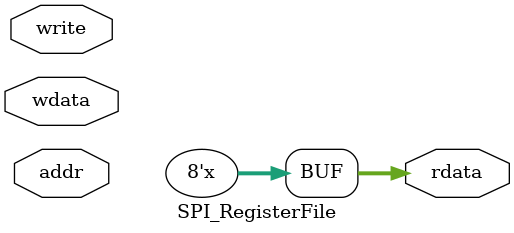
<source format=v>
`timescale 1ns / 1ps

module SPI_Slave_Intf (
    input        SCLK,
    input        rst,
    input        MOSI,
    output       MISO,
    input        SS,
    output [7:0] wdata,
    input  [7:0] rdata,
    output [1:0] addr,
    output       done
);
    localparam SO_IDLE =0, SO_DATA=1;

    wire rden;
    
    reg state, state_next;
    reg [7:0] temp_tx_data_reg, temp_tx_data_next;
    reg [7:0] temp_rx_data_reg, temp_rx_data_next;
    
    assign MISO = SS? 1'bz: temp_tx_data_reg[7];

    // MOSI sequence
    always @(posedge SCLK) begin
        if (!SS) begin
            temp_rx_data_reg <= {temp_rx_data_reg[6:0], MOSI};
        end    
    end

    // MISO sequence
    always @(negedge SCLK) begin
        if (!SS) begin
            temp_tx_data_reg <= {temp_tx_data_reg[6:0], 1'b0};
        end
    end

    always @(*) begin
        state_next = state;
        temp_tx_data_next = temp_tx_data_reg;
        case (state)
            SO_IDLE: begin
                if (!SCLK) begin
                    if(!SS && rden) begin
                        temp_tx_data_next = rdata;
                        state_next = SO_DATA;
                    end
                end
            end
            SO_DATA: begin
                if(!SS && rden) begin
                    
                end                
            end
        endcase
    end


endmodule


module SPI_RegisterFile (
    input        write,
    input  [1:0] addr,
    input  [7:0] wdata,
    output reg [7:0] rdata
);
    reg [7:0] slv_reg0, slv_reg1, slv_reg2, slv_reg3;

    always @(*) begin
        if (write) begin
            case (addr)
                2'b00: slv_reg0 = wdata;
                2'b01: slv_reg1 = wdata;
                2'b10: slv_reg2 = wdata;
                2'b11: slv_reg3 = wdata;
            endcase
        end else begin
            case(addr)
                2'b00: rdata =slv_reg0;
                2'b01: rdata =slv_reg1;
                2'b10: rdata =slv_reg2;
                2'b11: rdata =slv_reg3;
            endcase
        end
    end

endmodule

</source>
